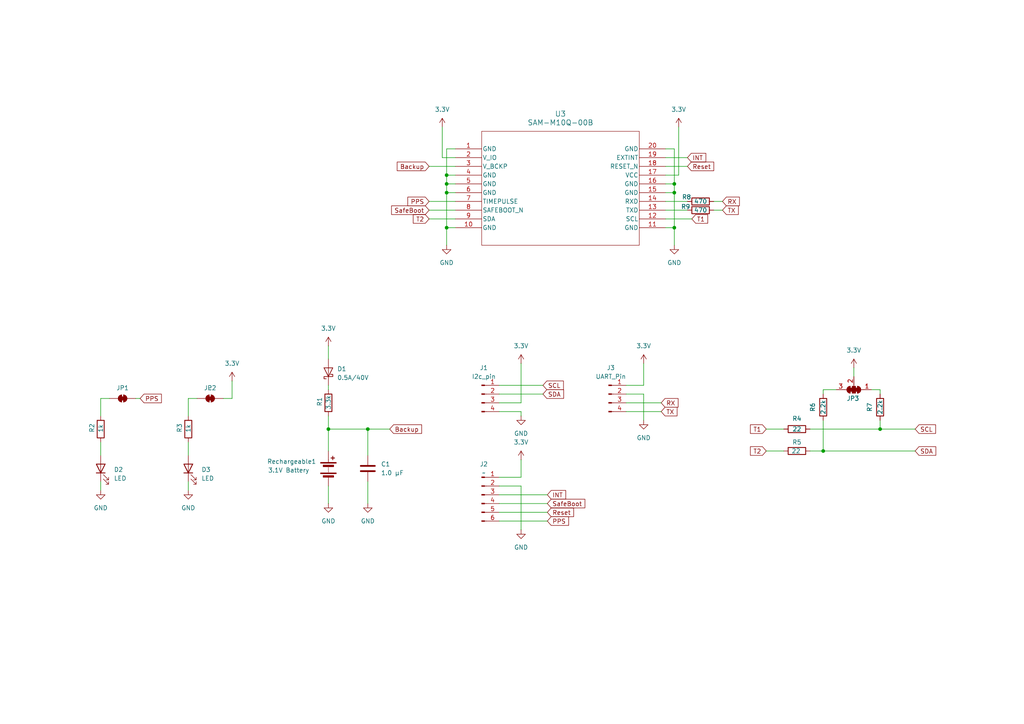
<source format=kicad_sch>
(kicad_sch (version 20231120) (generator "eeschema") (generator_version "8.0")
  (paper "A4")
  (lib_symbols
    (symbol "Connector:Conn_01x04_Pin" (pin_names (offset 1.016) hide)
      (property "Reference" "J" (at 0 5.08 0))
      (property "Value" "Conn_01x04_Pin" (at 0 -7.62 0))
      (symbol "Conn_01x04_Pin_1_1"
        (polyline (pts (xy 1.27 -5.08) (xy 0.8636 -5.08)) (stroke (width 0.1524)))
        (polyline (pts (xy 1.27 -2.54) (xy 0.8636 -2.54)) (stroke (width 0.1524)))
        (polyline (pts (xy 1.27 0) (xy 0.8636 0)) (stroke (width 0.1524)))
        (polyline (pts (xy 1.27 2.54) (xy 0.8636 2.54)) (stroke (width 0.1524)))
        (rectangle (start 0.8636 -4.953) (end 0 -5.207) (stroke (width 0.1524)) (fill (type outline)))
        (rectangle (start 0.8636 -2.413) (end 0 -2.667) (stroke (width 0.1524)) (fill (type outline)))
        (rectangle (start 0.8636 0.127) (end 0 -0.127) (stroke (width 0.1524)) (fill (type outline)))
        (rectangle (start 0.8636 2.667) (end 0 2.413) (stroke (width 0.1524)) (fill (type outline)))
        (pin passive line (at 5.08 2.54 180) (length 3.81) (name "Pin_1") (number "1"))
        (pin passive line (at 5.08 0 180) (length 3.81) (name "Pin_2") (number "2"))
        (pin passive line (at 5.08 -2.54 180) (length 3.81) (name "Pin_3") (number "3"))
        (pin passive line (at 5.08 -5.08 180) (length 3.81) (name "Pin_4") (number "4"))
      )
    )
    (symbol "Connector:Conn_01x06_Pin" (pin_names (offset 1.016) hide)
      (property "Reference" "J" (at 0 7.62 0))
      (property "Value" "Conn_01x06_Pin" (at 0 -10.16 0))
      (symbol "Conn_01x06_Pin_1_1"
        (polyline (pts (xy 1.27 -7.62) (xy 0.8636 -7.62)) (stroke (width 0.1524)))
        (polyline (pts (xy 1.27 -5.08) (xy 0.8636 -5.08)) (stroke (width 0.1524)))
        (polyline (pts (xy 1.27 -2.54) (xy 0.8636 -2.54)) (stroke (width 0.1524)))
        (polyline (pts (xy 1.27 0) (xy 0.8636 0)) (stroke (width 0.1524)))
        (polyline (pts (xy 1.27 2.54) (xy 0.8636 2.54)) (stroke (width 0.1524)))
        (polyline (pts (xy 1.27 5.08) (xy 0.8636 5.08)) (stroke (width 0.1524)))
        (rectangle (start 0.8636 -7.493) (end 0 -7.747) (stroke (width 0.1524)) (fill (type outline)))
        (rectangle (start 0.8636 -4.953) (end 0 -5.207) (stroke (width 0.1524)) (fill (type outline)))
        (rectangle (start 0.8636 -2.413) (end 0 -2.667) (stroke (width 0.1524)) (fill (type outline)))
        (rectangle (start 0.8636 0.127) (end 0 -0.127) (stroke (width 0.1524)) (fill (type outline)))
        (rectangle (start 0.8636 2.667) (end 0 2.413) (stroke (width 0.1524)) (fill (type outline)))
        (rectangle (start 0.8636 5.207) (end 0 4.953) (stroke (width 0.1524)) (fill (type outline)))
        (pin passive line (at 5.08 5.08 180) (length 3.81) (name "Pin_1") (number "1"))
        (pin passive line (at 5.08 2.54 180) (length 3.81) (name "Pin_2") (number "2"))
        (pin passive line (at 5.08 0 180) (length 3.81) (name "Pin_3") (number "3"))
        (pin passive line (at 5.08 -2.54 180) (length 3.81) (name "Pin_4") (number "4"))
        (pin passive line (at 5.08 -5.08 180) (length 3.81) (name "Pin_5") (number "5"))
        (pin passive line (at 5.08 -7.62 180) (length 3.81) (name "Pin_6") (number "6"))
      )
    )
    (symbol "Device:Battery" (pin_numbers hide) (pin_names (offset 0) hide)
      (property "Reference" "BT" (at 2.54 2.54 0))
      (property "Value" "Battery" (at 2.54 0 0))
      (symbol "Battery_0_1"
        (rectangle (start -2.286 -1.27) (end 2.286 -1.524) (fill (type outline)))
        (rectangle (start -2.286 1.778) (end 2.286 1.524) (fill (type outline)))
        (rectangle (start -1.524 -2.032) (end 1.524 -2.54) (fill (type outline)))
        (rectangle (start -1.524 1.016) (end 1.524 0.508) (fill (type outline)))
        (polyline (pts (xy 0 -1.016) (xy 0 -0.762)))
        (polyline (pts (xy 0 -0.508) (xy 0 -0.254)))
        (polyline (pts (xy 0 0) (xy 0 0.254)))
        (polyline (pts (xy 0 1.778) (xy 0 2.54)))
        (polyline (pts (xy 0.762 3.048) (xy 1.778 3.048)) (stroke (width 0.254)))
        (polyline (pts (xy 1.27 3.556) (xy 1.27 2.54)) (stroke (width 0.254)))
      )
      (symbol "Battery_1_1"
        (pin passive line (at 0 5.08 270) (length 2.54) (name "+") (number "1"))
        (pin passive line (at 0 -5.08 90) (length 2.54) (name "-") (number "2"))
      )
    )
    (symbol "Device:C" (pin_numbers hide) (pin_names (offset 0.254))
      (property "Reference" "C" (at 0.635 2.54 0))
      (property "Value" "C" (at 0.635 -2.54 0))
      (symbol "C_0_1"
        (polyline (pts (xy -2.032 -0.762) (xy 2.032 -0.762)) (stroke (width 0.508)))
        (polyline (pts (xy -2.032 0.762) (xy 2.032 0.762)) (stroke (width 0.508)))
      )
      (symbol "C_1_1"
        (pin passive line (at 0 3.81 270) (length 2.794) (name "~") (number "1"))
        (pin passive line (at 0 -3.81 90) (length 2.794) (name "~") (number "2"))
      )
    )
    (symbol "Device:LED" (pin_numbers hide) (pin_names (offset 1.016) hide)
      (property "Reference" "D" (at 0 2.54 0))
      (property "Value" "LED" (at 0 -2.54 0))
      (symbol "LED_0_1"
        (polyline (pts (xy -1.27 -1.27) (xy -1.27 1.27)) (stroke (width 0.254)))
        (polyline (pts (xy -1.27 0) (xy 1.27 0)))
        (polyline (pts (xy 1.27 -1.27) (xy 1.27 1.27) (xy -1.27 0) (xy 1.27 -1.27)) (stroke (width 0.254)))
        (polyline (pts (xy -3.048 -0.762) (xy -4.572 -2.286) (xy -3.81 -2.286) (xy -4.572 -2.286) (xy -4.572 -1.524)))
        (polyline (pts (xy -1.778 -0.762) (xy -3.302 -2.286) (xy -2.54 -2.286) (xy -3.302 -2.286) (xy -3.302 -1.524)))
      )
      (symbol "LED_1_1"
        (pin passive line (at -3.81 0 0) (length 2.54) (name "K") (number "1"))
        (pin passive line (at 3.81 0 180) (length 2.54) (name "A") (number "2"))
      )
    )
    (symbol "Device:R" (pin_numbers hide) (pin_names (offset 0))
      (property "Reference" "R" (at 2.032 0 90))
      (property "Value" "R" (at 0 0 90))
      (symbol "R_0_1"
        (rectangle (start -1.016 -2.54) (end 1.016 2.54) (stroke (width 0.254)))
      )
      (symbol "R_1_1"
        (pin passive line (at 0 3.81 270) (length 1.27) (name "~") (number "1"))
        (pin passive line (at 0 -3.81 90) (length 1.27) (name "~") (number "2"))
      )
    )
    (symbol "Diode:PMEG4005EH" (pin_numbers hide) (pin_names hide)
      (property "Reference" "D" (at 0 2.54 0))
      (property "Value" "PMEG4005EH" (at 0 -2.54 0))
      (symbol "PMEG4005EH_0_1"
        (polyline (pts (xy 1.27 0) (xy -1.27 0)))
        (polyline (pts (xy 1.27 1.27) (xy 1.27 -1.27) (xy -1.27 0) (xy 1.27 1.27)) (stroke (width 0.2032)))
        (polyline (pts (xy -1.905 0.635) (xy -1.905 1.27) (xy -1.27 1.27) (xy -1.27 -1.27) (xy -0.635 -1.27) (xy -0.635 -0.635)) (stroke (width 0.2032)))
      )
      (symbol "PMEG4005EH_1_1"
        (pin passive line (at -3.81 0 0) (length 2.54) (name "K") (number "1"))
        (pin passive line (at 3.81 0 180) (length 2.54) (name "A") (number "2"))
      )
    )
    (symbol "Jumper:SolderJumper_2_Bridged" (pin_numbers hide) (pin_names (offset 0) hide) (exclude_from_sim yes) (in_bom no)
      (property "Reference" "JP" (at 0 2.032 0))
      (property "Value" "SolderJumper_2_Bridged" (at 0 -2.54 0))
      (symbol "SolderJumper_2_Bridged_0_1"
        (rectangle (start -0.508 0.508) (end 0.508 -0.508) (fill (type outline)))
        (arc (start -0.254 1.016) (mid -1.2656 0) (end -0.254 -1.016))
        (arc (start -0.254 1.016) (mid -1.2656 0) (end -0.254 -1.016) (fill (type outline)))
        (polyline (pts (xy -0.254 1.016) (xy -0.254 -1.016)))
        (polyline (pts (xy 0.254 1.016) (xy 0.254 -1.016)))
        (arc (start 0.254 -1.016) (mid 1.2656 0) (end 0.254 1.016))
        (arc (start 0.254 -1.016) (mid 1.2656 0) (end 0.254 1.016) (fill (type outline)))
      )
      (symbol "SolderJumper_2_Bridged_1_1"
        (pin passive line (at -3.81 0 0) (length 2.54) (name "A") (number "1"))
        (pin passive line (at 3.81 0 180) (length 2.54) (name "B") (number "2"))
      )
    )
    (symbol "Jumper:SolderJumper_3_Bridged123" (pin_names (offset 0) hide) (exclude_from_sim yes) (in_bom no)
      (property "Reference" "JP" (at -2.54 -2.54 0))
      (property "Value" "SolderJumper_3_Bridged123" (at 0 2.794 0))
      (symbol "SolderJumper_3_Bridged123_0_1"
        (rectangle (start -1.016 0.508) (end -0.508 -0.508) (fill (type outline)))
        (arc (start -1.016 1.016) (mid -2.0276 0) (end -1.016 -1.016))
        (arc (start -1.016 1.016) (mid -2.0276 0) (end -1.016 -1.016) (fill (type outline)))
        (rectangle (start -0.508 1.016) (end 0.508 -1.016) (fill (type outline)))
        (polyline (pts (xy -2.54 0) (xy -2.032 0)))
        (polyline (pts (xy -1.016 1.016) (xy -1.016 -1.016)))
        (polyline (pts (xy 0 -1.27) (xy 0 -1.016)))
        (polyline (pts (xy 1.016 1.016) (xy 1.016 -1.016)))
        (polyline (pts (xy 2.54 0) (xy 2.032 0)))
        (rectangle (start 0.508 0.508) (end 1.016 -0.508) (fill (type outline)))
        (arc (start 1.016 -1.016) (mid 2.0276 0) (end 1.016 1.016))
        (arc (start 1.016 -1.016) (mid 2.0276 0) (end 1.016 1.016) (fill (type outline)))
      )
      (symbol "SolderJumper_3_Bridged123_1_1"
        (pin passive line (at -5.08 0 0) (length 2.54) (name "A") (number "1"))
        (pin passive line (at 0 -3.81 90) (length 2.54) (name "C") (number "2"))
        (pin passive line (at 5.08 0 180) (length 2.54) (name "B") (number "3"))
      )
    )
    (symbol "SAM-M10Q:SAM-M10Q-00B" (pin_names (offset 0.254))
      (property "Reference" "U" (at 30.48 10.16 0))
      (property "Value" "SAM-M10Q-00B" (at 30.48 7.62 0))
      (symbol "SAM-M10Q-00B_0_1"
        (polyline (pts (xy 7.62 -27.94) (xy 53.34 -27.94)) (stroke (width 0.127)))
        (polyline (pts (xy 7.62 5.08) (xy 7.62 -27.94)) (stroke (width 0.127)))
        (polyline (pts (xy 53.34 -27.94) (xy 53.34 5.08)) (stroke (width 0.127)))
        (polyline (pts (xy 53.34 5.08) (xy 7.62 5.08)) (stroke (width 0.127)))
        (pin power_out line (at 0 0 0) (length 7.62) (name "GND") (number "1"))
        (pin power_out line (at 0 -22.86 0) (length 7.62) (name "GND") (number "10"))
        (pin power_out line (at 60.96 -22.86 180) (length 7.62) (name "GND") (number "11"))
        (pin input line (at 60.96 -20.32 180) (length 7.62) (name "SCL") (number "12"))
        (pin output line (at 60.96 -17.78 180) (length 7.62) (name "TXD") (number "13"))
        (pin input line (at 60.96 -15.24 180) (length 7.62) (name "RXD") (number "14"))
        (pin power_out line (at 60.96 -12.7 180) (length 7.62) (name "GND") (number "15"))
        (pin power_out line (at 60.96 -10.16 180) (length 7.62) (name "GND") (number "16"))
        (pin power_in line (at 60.96 -7.62 180) (length 7.62) (name "VCC") (number "17"))
        (pin input line (at 60.96 -5.08 180) (length 7.62) (name "RESET_N") (number "18"))
        (pin input line (at 60.96 -2.54 180) (length 7.62) (name "EXTINT") (number "19"))
        (pin power_in line (at 0 -2.54 0) (length 7.62) (name "V_IO") (number "2"))
        (pin power_out line (at 60.96 0 180) (length 7.62) (name "GND") (number "20"))
        (pin power_in line (at 0 -5.08 0) (length 7.62) (name "V_BCKP") (number "3"))
        (pin power_out line (at 0 -7.62 0) (length 7.62) (name "GND") (number "4"))
        (pin power_out line (at 0 -10.16 0) (length 7.62) (name "GND") (number "5"))
        (pin power_out line (at 0 -12.7 0) (length 7.62) (name "GND") (number "6"))
        (pin output line (at 0 -15.24 0) (length 7.62) (name "TIMEPULSE") (number "7"))
        (pin input line (at 0 -17.78 0) (length 7.62) (name "SAFEBOOT_N") (number "8"))
        (pin bidirectional line (at 0 -20.32 0) (length 7.62) (name "SDA") (number "9"))
      )
    )
    (symbol "power:GND" (power) (pin_numbers hide) (pin_names (offset 0) hide)
      (property "Value" "GND" (at 0 -3.81 0))
      (symbol "GND_0_1"
        (polyline (pts (xy 0 0) (xy 0 -1.27) (xy 1.27 -1.27) (xy 0 -2.54) (xy -1.27 -1.27) (xy 0 -1.27)))
      )
      (symbol "GND_1_1"
        (pin power_in line (at 0 0 270) (length 0) (name "~") (number "1"))
      )
    )
    (symbol "power:VCC" (power) (pin_numbers hide) (pin_names (offset 0) hide)
      (property "Value" "VCC" (at 0 3.556 0))
      (symbol "VCC_0_1"
        (polyline (pts (xy -0.762 1.27) (xy 0 2.54)))
        (polyline (pts (xy 0 0) (xy 0 2.54)))
        (polyline (pts (xy 0 2.54) (xy 0.762 1.27)))
      )
      (symbol "VCC_1_1"
        (pin power_in line (at 0 0 90) (length 0) (name "~") (number "1"))
      )
    )
  )
  (junction (at 255.27 124.46))
  (junction (at 129.54 66.04))
  (junction (at 129.54 50.8))
  (junction (at 129.54 53.34))
  (junction (at 106.68 124.46))
  (junction (at 195.58 55.88))
  (junction (at 95.25 124.46))
  (junction (at 195.58 53.34))
  (junction (at 129.54 55.88))
  (junction (at 238.76 130.81))
  (junction (at 195.58 66.04))
  (wire (pts (xy 144.78 146.05) (xy 158.75 146.05)))
  (wire (pts (xy 29.21 128.27) (xy 29.21 132.08)))
  (wire (pts (xy 247.65 106.68) (xy 247.65 109.22)))
  (wire (pts (xy 95.25 100.33) (xy 95.25 104.14)))
  (wire (pts (xy 29.21 139.7) (xy 29.21 142.24)))
  (wire (pts (xy 157.48 111.76) (xy 144.78 111.76)))
  (wire (pts (xy 124.46 58.42) (xy 132.08 58.42)))
  (wire (pts (xy 144.78 148.59) (xy 158.75 148.59)))
  (wire (pts (xy 193.04 43.18) (xy 195.58 43.18)))
  (wire (pts (xy 193.04 55.88) (xy 195.58 55.88)))
  (wire (pts (xy 95.25 120.65) (xy 95.25 124.46)))
  (wire (pts (xy 128.27 36.83) (xy 128.27 45.72)))
  (wire (pts (xy 67.31 110.49) (xy 67.31 115.57)))
  (wire (pts (xy 40.64 115.57) (xy 39.37 115.57)))
  (wire (pts (xy 255.27 124.46) (xy 265.43 124.46)))
  (wire (pts (xy 129.54 66.04) (xy 132.08 66.04)))
  (wire (pts (xy 124.46 63.5) (xy 132.08 63.5)))
  (wire (pts (xy 124.46 48.26) (xy 132.08 48.26)))
  (wire (pts (xy 234.95 130.81) (xy 238.76 130.81)))
  (wire (pts (xy 124.46 60.96) (xy 132.08 60.96)))
  (wire (pts (xy 128.27 45.72) (xy 132.08 45.72)))
  (wire (pts (xy 191.77 119.38) (xy 181.61 119.38)))
  (wire (pts (xy 207.01 60.96) (xy 209.55 60.96)))
  (wire (pts (xy 181.61 114.3) (xy 186.69 114.3)))
  (wire (pts (xy 106.68 139.7) (xy 106.68 146.05)))
  (wire (pts (xy 144.78 151.13) (xy 158.75 151.13)))
  (wire (pts (xy 255.27 113.03) (xy 255.27 114.3)))
  (wire (pts (xy 252.73 113.03) (xy 255.27 113.03)))
  (wire (pts (xy 129.54 55.88) (xy 129.54 66.04)))
  (wire (pts (xy 151.13 105.41) (xy 151.13 116.84)))
  (wire (pts (xy 195.58 66.04) (xy 195.58 71.12)))
  (wire (pts (xy 106.68 124.46) (xy 113.03 124.46)))
  (wire (pts (xy 238.76 130.81) (xy 265.43 130.81)))
  (wire (pts (xy 195.58 43.18) (xy 195.58 53.34)))
  (wire (pts (xy 67.31 115.57) (xy 64.77 115.57)))
  (wire (pts (xy 106.68 124.46) (xy 106.68 132.08)))
  (wire (pts (xy 31.75 115.57) (xy 29.21 115.57)))
  (wire (pts (xy 193.04 66.04) (xy 195.58 66.04)))
  (wire (pts (xy 129.54 50.8) (xy 132.08 50.8)))
  (wire (pts (xy 199.39 48.26) (xy 193.04 48.26)))
  (wire (pts (xy 54.61 139.7) (xy 54.61 142.24)))
  (wire (pts (xy 129.54 55.88) (xy 132.08 55.88)))
  (wire (pts (xy 151.13 140.97) (xy 151.13 153.67)))
  (wire (pts (xy 193.04 58.42) (xy 199.39 58.42)))
  (wire (pts (xy 227.33 124.46) (xy 222.25 124.46)))
  (wire (pts (xy 227.33 130.81) (xy 222.25 130.81)))
  (wire (pts (xy 151.13 120.65) (xy 151.13 119.38)))
  (wire (pts (xy 199.39 45.72) (xy 193.04 45.72)))
  (wire (pts (xy 129.54 53.34) (xy 129.54 55.88)))
  (wire (pts (xy 95.25 140.97) (xy 95.25 146.05)))
  (wire (pts (xy 242.57 113.03) (xy 238.76 113.03)))
  (wire (pts (xy 195.58 53.34) (xy 195.58 55.88)))
  (wire (pts (xy 193.04 53.34) (xy 195.58 53.34)))
  (wire (pts (xy 186.69 114.3) (xy 186.69 121.92)))
  (wire (pts (xy 54.61 115.57) (xy 54.61 120.65)))
  (wire (pts (xy 234.95 124.46) (xy 255.27 124.46)))
  (wire (pts (xy 195.58 55.88) (xy 195.58 66.04)))
  (wire (pts (xy 186.69 105.41) (xy 186.69 111.76)))
  (wire (pts (xy 29.21 115.57) (xy 29.21 120.65)))
  (wire (pts (xy 238.76 121.92) (xy 238.76 130.81)))
  (wire (pts (xy 193.04 60.96) (xy 199.39 60.96)))
  (wire (pts (xy 144.78 138.43) (xy 151.13 138.43)))
  (wire (pts (xy 57.15 115.57) (xy 54.61 115.57)))
  (wire (pts (xy 151.13 119.38) (xy 144.78 119.38)))
  (wire (pts (xy 129.54 53.34) (xy 132.08 53.34)))
  (wire (pts (xy 191.77 116.84) (xy 181.61 116.84)))
  (wire (pts (xy 144.78 143.51) (xy 158.75 143.51)))
  (wire (pts (xy 200.66 63.5) (xy 193.04 63.5)))
  (wire (pts (xy 151.13 116.84) (xy 144.78 116.84)))
  (wire (pts (xy 238.76 113.03) (xy 238.76 114.3)))
  (wire (pts (xy 129.54 50.8) (xy 129.54 53.34)))
  (wire (pts (xy 157.48 114.3) (xy 144.78 114.3)))
  (wire (pts (xy 129.54 43.18) (xy 129.54 50.8)))
  (wire (pts (xy 95.25 111.76) (xy 95.25 113.03)))
  (wire (pts (xy 129.54 66.04) (xy 129.54 71.12)))
  (wire (pts (xy 207.01 58.42) (xy 209.55 58.42)))
  (wire (pts (xy 196.85 50.8) (xy 193.04 50.8)))
  (wire (pts (xy 95.25 124.46) (xy 95.25 130.81)))
  (wire (pts (xy 151.13 138.43) (xy 151.13 133.35)))
  (wire (pts (xy 186.69 111.76) (xy 181.61 111.76)))
  (wire (pts (xy 144.78 140.97) (xy 151.13 140.97)))
  (wire (pts (xy 95.25 124.46) (xy 106.68 124.46)))
  (wire (pts (xy 54.61 128.27) (xy 54.61 132.08)))
  (wire (pts (xy 132.08 43.18) (xy 129.54 43.18)))
  (wire (pts (xy 255.27 121.92) (xy 255.27 124.46)))
  (wire (pts (xy 196.85 36.83) (xy 196.85 50.8)))
  (global_label "RX" (shape input) (at 191.77 116.84 0) (property "Intersheetrefs" "${INTERSHEET_REFS}" (effects (hide yes))))
  (global_label "TX" (shape input) (at 209.55 60.96 0) (property "Intersheetrefs" "${INTERSHEET_REFS}" (effects (hide yes))))
  (global_label "SCL" (shape input) (at 157.48 111.76 0) (property "Intersheetrefs" "${INTERSHEET_REFS}" (effects (hide yes))))
  (global_label "T2" (shape input) (at 124.46 63.5 180) (property "Intersheetrefs" "${INTERSHEET_REFS}" (effects (hide yes))))
  (global_label "INT" (shape input) (at 199.39 45.72 0) (property "Intersheetrefs" "${INTERSHEET_REFS}" (effects (hide yes))))
  (global_label "PPS" (shape input) (at 40.64 115.57 0) (property "Intersheetrefs" "${INTERSHEET_REFS}" (effects (hide yes))))
  (global_label "Backup" (shape input) (at 113.03 124.46 0) (property "Intersheetrefs" "${INTERSHEET_REFS}" (effects (hide yes))))
  (global_label "PPS" (shape input) (at 158.75 151.13 0) (property "Intersheetrefs" "${INTERSHEET_REFS}" (effects (hide yes))))
  (global_label "T1" (shape input) (at 222.25 124.46 180) (property "Intersheetrefs" "${INTERSHEET_REFS}" (effects (hide yes))))
  (global_label "SCL" (shape input) (at 265.43 124.46 0) (property "Intersheetrefs" "${INTERSHEET_REFS}" (effects (hide yes))))
  (global_label "Reset" (shape input) (at 199.39 48.26 0) (property "Intersheetrefs" "${INTERSHEET_REFS}" (effects (hide yes))))
  (global_label "SDA" (shape input) (at 157.48 114.3 0) (property "Intersheetrefs" "${INTERSHEET_REFS}" (effects (hide yes))))
  (global_label "T1" (shape input) (at 200.66 63.5 0) (property "Intersheetrefs" "${INTERSHEET_REFS}" (effects (hide yes))))
  (global_label "SafeBoot" (shape input) (at 158.75 146.05 0) (property "Intersheetrefs" "${INTERSHEET_REFS}" (effects (hide yes))))
  (global_label "TX" (shape input) (at 191.77 119.38 0) (property "Intersheetrefs" "${INTERSHEET_REFS}" (effects (hide yes))))
  (global_label "PPS" (shape input) (at 124.46 58.42 180) (property "Intersheetrefs" "${INTERSHEET_REFS}" (effects (hide yes))))
  (global_label "Reset" (shape input) (at 158.75 148.59 0) (property "Intersheetrefs" "${INTERSHEET_REFS}" (effects (hide yes))))
  (global_label "RX" (shape input) (at 209.55 58.42 0) (property "Intersheetrefs" "${INTERSHEET_REFS}" (effects (hide yes))))
  (global_label "Backup" (shape input) (at 124.46 48.26 180) (property "Intersheetrefs" "${INTERSHEET_REFS}" (effects (hide yes))))
  (global_label "T2" (shape input) (at 222.25 130.81 180) (property "Intersheetrefs" "${INTERSHEET_REFS}" (effects (hide yes))))
  (global_label "INT" (shape input) (at 158.75 143.51 0) (property "Intersheetrefs" "${INTERSHEET_REFS}" (effects (hide yes))))
  (global_label "SDA" (shape input) (at 265.43 130.81 0) (property "Intersheetrefs" "${INTERSHEET_REFS}" (effects (hide yes))))
  (global_label "SafeBoot" (shape input) (at 124.46 60.96 180) (property "Intersheetrefs" "${INTERSHEET_REFS}" (effects (hide yes))))
  (symbol (lib_id "power:VCC") (at 151.13 105.41 0) (unit 1)
    (property "Reference" "#PWR04" (effects (hide yes)))
    (property "Value" "3.3V" (at 151.13 100.33 0))
    (property "Description" "Power symbol creates a global label with name \"VCC\"" (effects (hide yes)))
  )
  (symbol (lib_id "Device:R") (at 29.21 124.46 0) (unit 1)
    (property "Reference" "R2" (at 26.67 125.476 90) (effects (justify left)))
    (property "Value" "1k" (at 29.21 125.476 90) (effects (justify left)))
    (property "Footprint" "Resistor_SMD:R_0201_0603Metric" (effects (hide yes)))
    (property "Description" "Resistor" (effects (hide yes)))
  )
  (symbol (lib_id "power:GND") (at 151.13 153.67 0) (unit 1)
    (property "Reference" "#PWR08" (effects (hide yes)))
    (property "Value" "GND" (at 151.13 158.75 0))
    (property "Description" "Power symbol creates a global label with name \"GND\" , ground" (effects (hide yes)))
  )
  (symbol (lib_id "power:GND") (at 29.21 142.24 0) (unit 1)
    (property "Reference" "#PWR013" (effects (hide yes)))
    (property "Value" "GND" (at 29.21 147.32 0))
    (property "Description" "Power symbol creates a global label with name \"GND\" , ground" (effects (hide yes)))
  )
  (symbol (lib_id "Jumper:SolderJumper_2_Bridged") (at 60.96 115.57 0) (unit 1) (exclude_from_sim yes) (in_bom no)
    (property "Reference" "JP2" (at 60.96 112.522 0))
    (property "Value" "~" (at 60.96 113.03 0))
    (property "Footprint" "Jumper:SolderJumper-2_P1.3mm_Open_Pad1.0x1.5mm" (effects (hide yes)))
    (property "Description" "Solder Jumper, 2-pole, closed/bridged" (effects (hide yes)))
  )
  (symbol (lib_id "power:VCC") (at 128.27 36.83 0) (unit 1)
    (property "Reference" "#PWR01" (effects (hide yes)))
    (property "Value" "3.3V" (at 128.27 31.75 0))
    (property "Description" "Power symbol creates a global label with name \"VCC\"" (effects (hide yes)))
  )
  (symbol (lib_id "power:GND") (at 106.68 146.05 0) (unit 1)
    (property "Reference" "#PWR011" (effects (hide yes)))
    (property "Value" "GND" (at 106.68 151.13 0))
    (property "Description" "Power symbol creates a global label with name \"GND\" , ground" (effects (hide yes)))
  )
  (symbol (lib_id "Device:LED") (at 29.21 135.89 90) (unit 1)
    (property "Reference" "D2" (at 33.02 136.2074 90) (effects (justify right)))
    (property "Value" "LED" (at 33.02 138.7474 90) (effects (justify right)))
    (property "Footprint" "LED_SMD:LED_0402_1005Metric" (effects (hide yes)))
    (property "Description" "Light emitting diode" (effects (hide yes)))
  )
  (symbol (lib_id "power:VCC") (at 186.69 105.41 0) (unit 1)
    (property "Reference" "#PWR05" (effects (hide yes)))
    (property "Value" "3.3V" (at 186.69 100.33 0))
    (property "Description" "Power symbol creates a global label with name \"VCC\"" (effects (hide yes)))
  )
  (symbol (lib_id "Device:R") (at 231.14 124.46 270) (unit 1)
    (property "Reference" "R4" (at 231.14 121.412 90))
    (property "Value" "22" (at 231.14 124.46 90))
    (property "Footprint" "Resistor_SMD:R_0201_0603Metric" (effects (hide yes)))
    (property "Description" "Resistor" (effects (hide yes)))
  )
  (symbol (lib_id "power:GND") (at 186.69 121.92 0) (unit 1)
    (property "Reference" "#PWR06" (effects (hide yes)))
    (property "Value" "GND" (at 186.69 127 0))
    (property "Description" "Power symbol creates a global label with name \"GND\" , ground" (effects (hide yes)))
  )
  (symbol (lib_id "power:VCC") (at 151.13 133.35 0) (unit 1)
    (property "Reference" "#PWR07" (effects (hide yes)))
    (property "Value" "3.3V" (at 151.13 128.27 0))
    (property "Description" "Power symbol creates a global label with name \"VCC\"" (effects (hide yes)))
  )
  (symbol (lib_id "Device:LED") (at 54.61 135.89 90) (unit 1)
    (property "Reference" "D3" (at 58.42 136.2074 90) (effects (justify right)))
    (property "Value" "LED" (at 58.42 138.7474 90) (effects (justify right)))
    (property "Footprint" "LED_SMD:LED_0402_1005Metric" (effects (hide yes)))
    (property "Description" "Light emitting diode" (effects (hide yes)))
  )
  (symbol (lib_id "Jumper:SolderJumper_3_Bridged123") (at 247.65 113.03 180) (unit 1) (exclude_from_sim yes) (in_bom no)
    (property "Reference" "JP3" (at 247.396 115.57 0))
    (property "Value" "SolderJumper_3_Bridged123" (effects (hide yes)))
    (property "Footprint" "Jumper:SolderJumper-3_P1.3mm_Open_Pad1.0x1.5mm_NumberLabels" (effects (hide yes)))
    (property "Description" "Solder Jumper, 3-pole, pins 1+2+3 closed/bridged" (effects (hide yes)))
  )
  (symbol (lib_id "power:VCC") (at 247.65 106.68 0) (unit 1)
    (property "Reference" "#PWR017" (effects (hide yes)))
    (property "Value" "3.3V" (at 247.65 101.6 0))
    (property "Description" "Power symbol creates a global label with name \"VCC\"" (effects (hide yes)))
  )
  (symbol (lib_id "power:GND") (at 195.58 71.12 0) (unit 1)
    (property "Reference" "#PWR015" (effects (hide yes)))
    (property "Value" "GND" (at 195.58 76.2 0))
    (property "Description" "Power symbol creates a global label with name \"GND\" , ground" (effects (hide yes)))
  )
  (symbol (lib_id "Device:R") (at 231.14 130.81 270) (unit 1)
    (property "Reference" "R5" (at 231.14 128.27 90))
    (property "Value" "22" (at 230.886 130.81 90))
    (property "Footprint" "Resistor_SMD:R_0201_0603Metric" (effects (hide yes)))
    (property "Description" "Resistor" (effects (hide yes)))
  )
  (symbol (lib_id "Device:R") (at 203.2 60.96 270) (unit 1)
    (property "Reference" "R9" (at 198.882 59.944 90))
    (property "Value" "470" (at 203.2 60.96 90))
    (property "Footprint" "Resistor_SMD:R_0201_0603Metric" (effects (hide yes)))
    (property "Description" "Resistor" (effects (hide yes)))
  )
  (symbol (lib_id "power:VCC") (at 196.85 36.83 0) (unit 1)
    (property "Reference" "#PWR02" (effects (hide yes)))
    (property "Value" "3.3V" (at 196.85 31.75 0))
    (property "Description" "Power symbol creates a global label with name \"VCC\"" (effects (hide yes)))
  )
  (symbol (lib_id "Device:C") (at 106.68 135.89 0) (unit 1)
    (property "Reference" "C1" (at 110.49 134.6199 0) (effects (justify left)))
    (property "Value" "1.0 µF" (at 110.49 137.1599 0) (effects (justify left)))
    (property "Footprint" "Capacitor_SMD:C_0201_0603Metric" (effects (hide yes)))
    (property "Description" "Unpolarized capacitor" (effects (hide yes)))
  )
  (symbol (lib_id "Device:R") (at 203.2 58.42 270) (unit 1)
    (property "Reference" "R8" (at 199.136 57.15 90))
    (property "Value" "470" (at 203.2 58.42 90))
    (property "Footprint" "Resistor_SMD:R_0201_0603Metric" (effects (hide yes)))
    (property "Description" "Resistor" (effects (hide yes)))
  )
  (symbol (lib_id "Device:R") (at 54.61 124.46 0) (unit 1)
    (property "Reference" "R3" (at 52.07 125.476 90) (effects (justify left)))
    (property "Value" "1k" (at 54.61 125.476 90) (effects (justify left)))
    (property "Footprint" "Resistor_SMD:R_0201_0603Metric" (effects (hide yes)))
    (property "Description" "Resistor" (effects (hide yes)))
  )
  (symbol (lib_id "Device:R") (at 255.27 118.11 0) (unit 1)
    (property "Reference" "R7" (at 252.222 118.11 90))
    (property "Value" "2.2k" (at 255.27 118.11 90))
    (property "Footprint" "Resistor_SMD:R_0201_0603Metric" (effects (hide yes)))
    (property "Description" "Resistor" (effects (hide yes)))
  )
  (symbol (lib_id "power:VCC") (at 67.31 110.49 0) (unit 1)
    (property "Reference" "#PWR012" (effects (hide yes)))
    (property "Value" "3.3V" (at 67.31 105.41 0))
    (property "Description" "Power symbol creates a global label with name \"VCC\"" (effects (hide yes)))
  )
  (symbol (lib_id "Connector:Conn_01x06_Pin") (at 139.7 143.51 0) (unit 1)
    (property "Reference" "J2" (at 140.335 134.62 0))
    (property "Value" "~" (at 140.335 137.16 0))
    (property "Footprint" "Connector_PinHeader_1.00mm:PinHeader_1x06_P1.00mm_Horizontal" (effects (hide yes)))
    (property "Description" "Generic connector, single row, 01x06, script generated" (effects (hide yes)))
  )
  (symbol (lib_id "SAM-M10Q:SAM-M10Q-00B") (at 132.08 43.18 0) (unit 1)
    (property "Reference" "U3" (at 162.56 33.02 0) (effects (font (size 1.524 1.524))))
    (property "Value" "SAM-M10Q-00B" (at 162.56 35.56 0) (effects (font (size 1.524 1.524))))
    (property "Footprint" "SAM-M10Q:SAM-M10Q_UBL" (effects (hide yes)))
    (property "Datasheet" "SAM-M10Q-00B" (effects (hide yes)))
  )
  (symbol (lib_id "power:GND") (at 151.13 120.65 0) (unit 1)
    (property "Reference" "#PWR03" (effects (hide yes)))
    (property "Value" "GND" (at 151.13 125.73 0))
    (property "Description" "Power symbol creates a global label with name \"GND\" , ground" (effects (hide yes)))
  )
  (symbol (lib_id "Diode:PMEG4005EH") (at 95.25 107.95 90) (unit 1)
    (property "Reference" "D1" (at 97.79 106.9974 90) (effects (justify right)))
    (property "Value" "0.5A/40V" (at 97.79 109.5374 90) (effects (justify right)))
    (property "Footprint" "Diode_SMD:D_SOD-123F" (effects (hide yes)))
    (property "Datasheet" "https://assets.nexperia.com/documents/data-sheet/PMEGXX05EH_EJ_SER.pdf" (effects (hide yes)))
    (property "Description" "40V, 500mA very low Vf MEGA Schottky barrier rectifier, SOD-123F" (effects (hide yes)))
  )
  (symbol (lib_id "Device:R") (at 238.76 118.11 0) (unit 1)
    (property "Reference" "R6" (at 235.712 118.11 90))
    (property "Value" "2.2k" (at 238.76 118.11 90))
    (property "Footprint" "Resistor_SMD:R_0201_0603Metric" (effects (hide yes)))
    (property "Description" "Resistor" (effects (hide yes)))
  )
  (symbol (lib_id "Device:Battery") (at 95.25 135.89 0) (unit 1)
    (property "Reference" "Rechargeable1" (at 77.47 133.858 0) (effects (justify left)))
    (property "Value" "3.1V Battery" (at 77.724 136.398 0) (effects (justify left)))
    (property "Footprint" "Battery:BatteryHolder_Seiko_MS621F" (effects (hide yes)))
    (property "Description" "Multiple-cell battery" (effects (hide yes)))
  )
  (symbol (lib_id "power:GND") (at 95.25 146.05 0) (unit 1)
    (property "Reference" "#PWR010" (effects (hide yes)))
    (property "Value" "GND" (at 95.25 151.13 0))
    (property "Description" "Power symbol creates a global label with name \"GND\" , ground" (effects (hide yes)))
  )
  (symbol (lib_id "power:GND") (at 54.61 142.24 0) (unit 1)
    (property "Reference" "#PWR014" (effects (hide yes)))
    (property "Value" "GND" (at 54.61 147.32 0))
    (property "Description" "Power symbol creates a global label with name \"GND\" , ground" (effects (hide yes)))
  )
  (symbol (lib_id "power:GND") (at 129.54 71.12 0) (unit 1)
    (property "Reference" "#PWR016" (effects (hide yes)))
    (property "Value" "GND" (at 129.54 76.2 0))
    (property "Description" "Power symbol creates a global label with name \"GND\" , ground" (effects (hide yes)))
  )
  (symbol (lib_id "Jumper:SolderJumper_2_Bridged") (at 35.56 115.57 0) (unit 1) (exclude_from_sim yes) (in_bom no)
    (property "Reference" "JP1" (at 35.56 112.522 0))
    (property "Value" "SolderJumper_2_Bridged" (effects (hide yes)))
    (property "Footprint" "Jumper:SolderJumper-2_P1.3mm_Open_Pad1.0x1.5mm" (effects (hide yes)))
    (property "Description" "Solder Jumper, 2-pole, closed/bridged" (effects (hide yes)))
  )
  (symbol (lib_id "Connector:Conn_01x04_Pin") (at 176.53 114.3 0) (unit 1)
    (property "Reference" "J3" (at 177.165 106.68 0))
    (property "Value" "UART_Pin" (at 177.165 109.22 0))
    (property "Footprint" "Connector_PinHeader_1.00mm:PinHeader_1x04_P1.00mm_Horizontal" (effects (hide yes)))
    (property "Description" "Generic connector, single row, 01x04, script generated" (effects (hide yes)))
  )
  (symbol (lib_id "power:VCC") (at 95.25 100.33 0) (unit 1)
    (property "Reference" "#PWR09" (effects (hide yes)))
    (property "Value" "3.3V" (at 95.25 95.25 0))
    (property "Description" "Power symbol creates a global label with name \"VCC\"" (effects (hide yes)))
  )
  (symbol (lib_id "Connector:Conn_01x04_Pin") (at 139.7 114.3 0) (unit 1)
    (property "Reference" "J1" (at 140.335 106.68 0))
    (property "Value" "I2c_pin" (at 140.335 109.22 0))
    (property "Footprint" "Connector_PinHeader_1.00mm:PinHeader_1x04_P1.00mm_Horizontal" (effects (hide yes)))
    (property "Description" "Generic connector, single row, 01x04, script generated" (effects (hide yes)))
  )
  (symbol (lib_id "Device:R") (at 95.25 116.84 0) (unit 1)
    (property "Reference" "R1" (at 92.71 117.856 90) (effects (justify left)))
    (property "Value" "3.3k" (at 95.25 118.872 90) (effects (justify left)))
    (property "Footprint" "Resistor_SMD:R_0201_0603Metric" (effects (hide yes)))
    (property "Description" "Resistor" (effects (hide yes)))
  )
)
</source>
